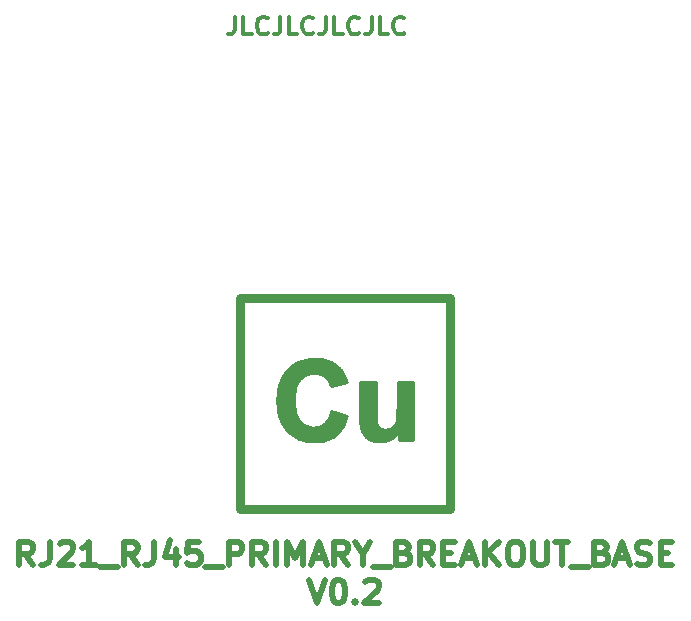
<source format=gto>
G04 #@! TF.GenerationSoftware,KiCad,Pcbnew,(6.0.11)*
G04 #@! TF.CreationDate,2024-04-14T00:11:39+01:00*
G04 #@! TF.ProjectId,RJ21_RJ45_PRIMARY_BREAKOUT_BASE,524a3231-5f52-44a3-9435-5f5052494d41,rev?*
G04 #@! TF.SameCoordinates,Original*
G04 #@! TF.FileFunction,Legend,Top*
G04 #@! TF.FilePolarity,Positive*
%FSLAX46Y46*%
G04 Gerber Fmt 4.6, Leading zero omitted, Abs format (unit mm)*
G04 Created by KiCad (PCBNEW (6.0.11)) date 2024-04-14 00:11:39*
%MOMM*%
%LPD*%
G01*
G04 APERTURE LIST*
%ADD10C,0.749999*%
%ADD11C,0.250000*%
%ADD12C,0.500000*%
%ADD13C,0.300000*%
%ADD14C,3.200000*%
G04 APERTURE END LIST*
D10*
X96485899Y-111538510D02*
X96485899Y-93704411D01*
X96485899Y-111538510D02*
X96485899Y-111538510D01*
D11*
G36*
X111137520Y-105721241D02*
G01*
X109935822Y-105721241D01*
X109935822Y-104989164D01*
X109901776Y-105037437D01*
X109866398Y-105084415D01*
X109829690Y-105130098D01*
X109791651Y-105174486D01*
X109752281Y-105217579D01*
X109711580Y-105259378D01*
X109669548Y-105299881D01*
X109626185Y-105339089D01*
X109581491Y-105377002D01*
X109535467Y-105413621D01*
X109488111Y-105448944D01*
X109439425Y-105482972D01*
X109389407Y-105515706D01*
X109338059Y-105547144D01*
X109285380Y-105577288D01*
X109231370Y-105606136D01*
X109177071Y-105633456D01*
X109122378Y-105659014D01*
X109067288Y-105682809D01*
X109011803Y-105704842D01*
X108955923Y-105725112D01*
X108899647Y-105743619D01*
X108842975Y-105760364D01*
X108785907Y-105775347D01*
X108728444Y-105788567D01*
X108670586Y-105800024D01*
X108612332Y-105809719D01*
X108553682Y-105817651D01*
X108494636Y-105823821D01*
X108435195Y-105828227D01*
X108375358Y-105830872D01*
X108315125Y-105831753D01*
X108253939Y-105830908D01*
X108193544Y-105828372D01*
X108133940Y-105824145D01*
X108075128Y-105818227D01*
X108017107Y-105810619D01*
X107959878Y-105801321D01*
X107903440Y-105790331D01*
X107847793Y-105777651D01*
X107792938Y-105763280D01*
X107738874Y-105747219D01*
X107685601Y-105729466D01*
X107633120Y-105710024D01*
X107581430Y-105688890D01*
X107530531Y-105666066D01*
X107480423Y-105641551D01*
X107431107Y-105615345D01*
X107383033Y-105587611D01*
X107336650Y-105558510D01*
X107291957Y-105528042D01*
X107248955Y-105496208D01*
X107207643Y-105463007D01*
X107168022Y-105428439D01*
X107130091Y-105392505D01*
X107093851Y-105355203D01*
X107059301Y-105316535D01*
X107026442Y-105276500D01*
X106995274Y-105235099D01*
X106965797Y-105192330D01*
X106938010Y-105148195D01*
X106911913Y-105102693D01*
X106887508Y-105055824D01*
X106864793Y-105007589D01*
X106843606Y-104957499D01*
X106823787Y-104905071D01*
X106805334Y-104850306D01*
X106788249Y-104793202D01*
X106772530Y-104733760D01*
X106758178Y-104671981D01*
X106745193Y-104607863D01*
X106733575Y-104541407D01*
X106723323Y-104472613D01*
X106714439Y-104401481D01*
X106706921Y-104328011D01*
X106700770Y-104252202D01*
X106695986Y-104174056D01*
X106692569Y-104093571D01*
X106690519Y-104010749D01*
X106689835Y-103925588D01*
X106689835Y-100831545D01*
X107983628Y-100831545D01*
X107983628Y-103078412D01*
X107984707Y-103323802D01*
X107987944Y-103544301D01*
X107993339Y-103739909D01*
X108000891Y-103910626D01*
X108010602Y-104056451D01*
X108022471Y-104177385D01*
X108036497Y-104273428D01*
X108052682Y-104344579D01*
X108062341Y-104372995D01*
X108072899Y-104400693D01*
X108084356Y-104427670D01*
X108096713Y-104453929D01*
X108109968Y-104479468D01*
X108124123Y-104504287D01*
X108139177Y-104528388D01*
X108155130Y-104551768D01*
X108171982Y-104574430D01*
X108189734Y-104596372D01*
X108208384Y-104617595D01*
X108227934Y-104638098D01*
X108248383Y-104657882D01*
X108269731Y-104676947D01*
X108291979Y-104695292D01*
X108315125Y-104712918D01*
X108339118Y-104729088D01*
X108363903Y-104744214D01*
X108389478Y-104758298D01*
X108415845Y-104771338D01*
X108443003Y-104783334D01*
X108470952Y-104794288D01*
X108499692Y-104804198D01*
X108529223Y-104813066D01*
X108559546Y-104820890D01*
X108590660Y-104827670D01*
X108622565Y-104833408D01*
X108655261Y-104838102D01*
X108688749Y-104841754D01*
X108723029Y-104844362D01*
X108758099Y-104845927D01*
X108793961Y-104846448D01*
X108835130Y-104845747D01*
X108875760Y-104843642D01*
X108915850Y-104840135D01*
X108955400Y-104835224D01*
X108994411Y-104828911D01*
X109032882Y-104821195D01*
X109070813Y-104812076D01*
X109108205Y-104801554D01*
X109145056Y-104789629D01*
X109181369Y-104776301D01*
X109217141Y-104761571D01*
X109252374Y-104745437D01*
X109287068Y-104727901D01*
X109321221Y-104708962D01*
X109354835Y-104688620D01*
X109387910Y-104666875D01*
X109420068Y-104643530D01*
X109450931Y-104619538D01*
X109480500Y-104594898D01*
X109508773Y-104569610D01*
X109535752Y-104543675D01*
X109561435Y-104517093D01*
X109585824Y-104489863D01*
X109608917Y-104461986D01*
X109630715Y-104433461D01*
X109651218Y-104404289D01*
X109670427Y-104374469D01*
X109688340Y-104344001D01*
X109704957Y-104312887D01*
X109720280Y-104281124D01*
X109734308Y-104248715D01*
X109747040Y-104215657D01*
X109758749Y-104178661D01*
X109769702Y-104135585D01*
X109779900Y-104086430D01*
X109789342Y-104031197D01*
X109798029Y-103969885D01*
X109805960Y-103902494D01*
X109813136Y-103829024D01*
X109819557Y-103749475D01*
X109830132Y-103572140D01*
X109837685Y-103370489D01*
X109842217Y-103144522D01*
X109843728Y-102894239D01*
X109843728Y-100831541D01*
X111137520Y-100831541D01*
X111137520Y-105721241D01*
G37*
X111137520Y-105721241D02*
X109935822Y-105721241D01*
X109935822Y-104989164D01*
X109901776Y-105037437D01*
X109866398Y-105084415D01*
X109829690Y-105130098D01*
X109791651Y-105174486D01*
X109752281Y-105217579D01*
X109711580Y-105259378D01*
X109669548Y-105299881D01*
X109626185Y-105339089D01*
X109581491Y-105377002D01*
X109535467Y-105413621D01*
X109488111Y-105448944D01*
X109439425Y-105482972D01*
X109389407Y-105515706D01*
X109338059Y-105547144D01*
X109285380Y-105577288D01*
X109231370Y-105606136D01*
X109177071Y-105633456D01*
X109122378Y-105659014D01*
X109067288Y-105682809D01*
X109011803Y-105704842D01*
X108955923Y-105725112D01*
X108899647Y-105743619D01*
X108842975Y-105760364D01*
X108785907Y-105775347D01*
X108728444Y-105788567D01*
X108670586Y-105800024D01*
X108612332Y-105809719D01*
X108553682Y-105817651D01*
X108494636Y-105823821D01*
X108435195Y-105828227D01*
X108375358Y-105830872D01*
X108315125Y-105831753D01*
X108253939Y-105830908D01*
X108193544Y-105828372D01*
X108133940Y-105824145D01*
X108075128Y-105818227D01*
X108017107Y-105810619D01*
X107959878Y-105801321D01*
X107903440Y-105790331D01*
X107847793Y-105777651D01*
X107792938Y-105763280D01*
X107738874Y-105747219D01*
X107685601Y-105729466D01*
X107633120Y-105710024D01*
X107581430Y-105688890D01*
X107530531Y-105666066D01*
X107480423Y-105641551D01*
X107431107Y-105615345D01*
X107383033Y-105587611D01*
X107336650Y-105558510D01*
X107291957Y-105528042D01*
X107248955Y-105496208D01*
X107207643Y-105463007D01*
X107168022Y-105428439D01*
X107130091Y-105392505D01*
X107093851Y-105355203D01*
X107059301Y-105316535D01*
X107026442Y-105276500D01*
X106995274Y-105235099D01*
X106965797Y-105192330D01*
X106938010Y-105148195D01*
X106911913Y-105102693D01*
X106887508Y-105055824D01*
X106864793Y-105007589D01*
X106843606Y-104957499D01*
X106823787Y-104905071D01*
X106805334Y-104850306D01*
X106788249Y-104793202D01*
X106772530Y-104733760D01*
X106758178Y-104671981D01*
X106745193Y-104607863D01*
X106733575Y-104541407D01*
X106723323Y-104472613D01*
X106714439Y-104401481D01*
X106706921Y-104328011D01*
X106700770Y-104252202D01*
X106695986Y-104174056D01*
X106692569Y-104093571D01*
X106690519Y-104010749D01*
X106689835Y-103925588D01*
X106689835Y-100831545D01*
X107983628Y-100831545D01*
X107983628Y-103078412D01*
X107984707Y-103323802D01*
X107987944Y-103544301D01*
X107993339Y-103739909D01*
X108000891Y-103910626D01*
X108010602Y-104056451D01*
X108022471Y-104177385D01*
X108036497Y-104273428D01*
X108052682Y-104344579D01*
X108062341Y-104372995D01*
X108072899Y-104400693D01*
X108084356Y-104427670D01*
X108096713Y-104453929D01*
X108109968Y-104479468D01*
X108124123Y-104504287D01*
X108139177Y-104528388D01*
X108155130Y-104551768D01*
X108171982Y-104574430D01*
X108189734Y-104596372D01*
X108208384Y-104617595D01*
X108227934Y-104638098D01*
X108248383Y-104657882D01*
X108269731Y-104676947D01*
X108291979Y-104695292D01*
X108315125Y-104712918D01*
X108339118Y-104729088D01*
X108363903Y-104744214D01*
X108389478Y-104758298D01*
X108415845Y-104771338D01*
X108443003Y-104783334D01*
X108470952Y-104794288D01*
X108499692Y-104804198D01*
X108529223Y-104813066D01*
X108559546Y-104820890D01*
X108590660Y-104827670D01*
X108622565Y-104833408D01*
X108655261Y-104838102D01*
X108688749Y-104841754D01*
X108723029Y-104844362D01*
X108758099Y-104845927D01*
X108793961Y-104846448D01*
X108835130Y-104845747D01*
X108875760Y-104843642D01*
X108915850Y-104840135D01*
X108955400Y-104835224D01*
X108994411Y-104828911D01*
X109032882Y-104821195D01*
X109070813Y-104812076D01*
X109108205Y-104801554D01*
X109145056Y-104789629D01*
X109181369Y-104776301D01*
X109217141Y-104761571D01*
X109252374Y-104745437D01*
X109287068Y-104727901D01*
X109321221Y-104708962D01*
X109354835Y-104688620D01*
X109387910Y-104666875D01*
X109420068Y-104643530D01*
X109450931Y-104619538D01*
X109480500Y-104594898D01*
X109508773Y-104569610D01*
X109535752Y-104543675D01*
X109561435Y-104517093D01*
X109585824Y-104489863D01*
X109608917Y-104461986D01*
X109630715Y-104433461D01*
X109651218Y-104404289D01*
X109670427Y-104374469D01*
X109688340Y-104344001D01*
X109704957Y-104312887D01*
X109720280Y-104281124D01*
X109734308Y-104248715D01*
X109747040Y-104215657D01*
X109758749Y-104178661D01*
X109769702Y-104135585D01*
X109779900Y-104086430D01*
X109789342Y-104031197D01*
X109798029Y-103969885D01*
X109805960Y-103902494D01*
X109813136Y-103829024D01*
X109819557Y-103749475D01*
X109830132Y-103572140D01*
X109837685Y-103370489D01*
X109842217Y-103144522D01*
X109843728Y-102894239D01*
X109843728Y-100831541D01*
X111137520Y-100831541D01*
X111137520Y-105721241D01*
D10*
X114320000Y-93704411D02*
X114320000Y-93704411D01*
X114320000Y-111538510D02*
X96485899Y-111538510D01*
X114320000Y-93704411D02*
X114320000Y-111538510D01*
D11*
G36*
X102989084Y-98859177D02*
G01*
X103138451Y-98867756D01*
X103284186Y-98882054D01*
X103426288Y-98902072D01*
X103564757Y-98927809D01*
X103699592Y-98959265D01*
X103830795Y-98996441D01*
X103958365Y-99039335D01*
X104082302Y-99087950D01*
X104202606Y-99142283D01*
X104319277Y-99202336D01*
X104432315Y-99268109D01*
X104541720Y-99339600D01*
X104647492Y-99416812D01*
X104749631Y-99499742D01*
X104848138Y-99588392D01*
X104904791Y-99643967D01*
X104959645Y-99702491D01*
X105012701Y-99763965D01*
X105063959Y-99828389D01*
X105113418Y-99895762D01*
X105161078Y-99966084D01*
X105206940Y-100039357D01*
X105251004Y-100115579D01*
X105293269Y-100194750D01*
X105333735Y-100276872D01*
X105372403Y-100361943D01*
X105409273Y-100449963D01*
X105444344Y-100540933D01*
X105477616Y-100634853D01*
X105509090Y-100731722D01*
X105538766Y-100831541D01*
X104189728Y-101153837D01*
X104173741Y-101089090D01*
X104155704Y-101026069D01*
X104135615Y-100964774D01*
X104113477Y-100905206D01*
X104089287Y-100847365D01*
X104063047Y-100791251D01*
X104034756Y-100736863D01*
X104004415Y-100684202D01*
X103972023Y-100633268D01*
X103937581Y-100584060D01*
X103901088Y-100536579D01*
X103862545Y-100490824D01*
X103821951Y-100446796D01*
X103779307Y-100404495D01*
X103734612Y-100363920D01*
X103687867Y-100325072D01*
X103640025Y-100288273D01*
X103590889Y-100253850D01*
X103540458Y-100221800D01*
X103488731Y-100192124D01*
X103435710Y-100164822D01*
X103381394Y-100139895D01*
X103325783Y-100117341D01*
X103268877Y-100097162D01*
X103210676Y-100079357D01*
X103151180Y-100063925D01*
X103090390Y-100050868D01*
X103028304Y-100040185D01*
X102964924Y-100031876D01*
X102900249Y-100025941D01*
X102834279Y-100022380D01*
X102767014Y-100021193D01*
X102674300Y-100023297D01*
X102583780Y-100029610D01*
X102495454Y-100040131D01*
X102409322Y-100054861D01*
X102325384Y-100073799D01*
X102243641Y-100096946D01*
X102164092Y-100124301D01*
X102086737Y-100155865D01*
X102011577Y-100191637D01*
X101938610Y-100231618D01*
X101867838Y-100275808D01*
X101799260Y-100324206D01*
X101732877Y-100376813D01*
X101668687Y-100433628D01*
X101606692Y-100494652D01*
X101546891Y-100559885D01*
X101490579Y-100629830D01*
X101437900Y-100704991D01*
X101388853Y-100785367D01*
X101343441Y-100870959D01*
X101301661Y-100961767D01*
X101263514Y-101057791D01*
X101229000Y-101159030D01*
X101198120Y-101265485D01*
X101170872Y-101377156D01*
X101147258Y-101494042D01*
X101127276Y-101616145D01*
X101110928Y-101743462D01*
X101098212Y-101875996D01*
X101089130Y-102013746D01*
X101083681Y-102156711D01*
X101081864Y-102304892D01*
X101083663Y-102462011D01*
X101089058Y-102613375D01*
X101098051Y-102758984D01*
X101110640Y-102898838D01*
X101126827Y-103032936D01*
X101146611Y-103161280D01*
X101169992Y-103283868D01*
X101196970Y-103400701D01*
X101227545Y-103511778D01*
X101261717Y-103617101D01*
X101299486Y-103716668D01*
X101340853Y-103810479D01*
X101385816Y-103898535D01*
X101434377Y-103980836D01*
X101486535Y-104057381D01*
X101542290Y-104128171D01*
X101600922Y-104193961D01*
X101661712Y-104255506D01*
X101724660Y-104312807D01*
X101789767Y-104365863D01*
X101857032Y-104414675D01*
X101926456Y-104459243D01*
X101998037Y-104499565D01*
X102071777Y-104535644D01*
X102147675Y-104567478D01*
X102225731Y-104595067D01*
X102305946Y-104618412D01*
X102388318Y-104637512D01*
X102472849Y-104652368D01*
X102559537Y-104662979D01*
X102648384Y-104669346D01*
X102739388Y-104671468D01*
X102806708Y-104670119D01*
X102872841Y-104666072D01*
X102937787Y-104659328D01*
X103001545Y-104649886D01*
X103064117Y-104637746D01*
X103125501Y-104622908D01*
X103185698Y-104605373D01*
X103244708Y-104585139D01*
X103302531Y-104562208D01*
X103359166Y-104536580D01*
X103414615Y-104508253D01*
X103468876Y-104477229D01*
X103521950Y-104443507D01*
X103573837Y-104407087D01*
X103624537Y-104367969D01*
X103674050Y-104326154D01*
X103722107Y-104281442D01*
X103768438Y-104233636D01*
X103813042Y-104182737D01*
X103855920Y-104128745D01*
X103897070Y-104071659D01*
X103936495Y-104011480D01*
X103974192Y-103948208D01*
X104010163Y-103881842D01*
X104044407Y-103812383D01*
X104076925Y-103739830D01*
X104107716Y-103664184D01*
X104136780Y-103585445D01*
X104164118Y-103503612D01*
X104189729Y-103418686D01*
X104213614Y-103330666D01*
X104235772Y-103239553D01*
X105557191Y-103658536D01*
X105517622Y-103794451D01*
X105474889Y-103925942D01*
X105428990Y-104053008D01*
X105379926Y-104175650D01*
X105327696Y-104293868D01*
X105272302Y-104407661D01*
X105213742Y-104517030D01*
X105152016Y-104621974D01*
X105087126Y-104722494D01*
X105019070Y-104818590D01*
X104947848Y-104910261D01*
X104873461Y-104997508D01*
X104795909Y-105080330D01*
X104715191Y-105158728D01*
X104631308Y-105232702D01*
X104544259Y-105302251D01*
X104454709Y-105366926D01*
X104362175Y-105427429D01*
X104266654Y-105483759D01*
X104168149Y-105535916D01*
X104066657Y-105583901D01*
X103962180Y-105627713D01*
X103854718Y-105667352D01*
X103744270Y-105702818D01*
X103630836Y-105734112D01*
X103514417Y-105761233D01*
X103395013Y-105784182D01*
X103272622Y-105802958D01*
X103147247Y-105817562D01*
X103018885Y-105827993D01*
X102887538Y-105834252D01*
X102753205Y-105836338D01*
X102587020Y-105832759D01*
X102424577Y-105822022D01*
X102265874Y-105804127D01*
X102110912Y-105779073D01*
X101959692Y-105746862D01*
X101812212Y-105707492D01*
X101668473Y-105660965D01*
X101528475Y-105607279D01*
X101392219Y-105546435D01*
X101259703Y-105478433D01*
X101130928Y-105403273D01*
X101005894Y-105320955D01*
X100884601Y-105231479D01*
X100767049Y-105134845D01*
X100653238Y-105031053D01*
X100543168Y-104920102D01*
X100438349Y-104802369D01*
X100340294Y-104679384D01*
X100249000Y-104551148D01*
X100164470Y-104417661D01*
X100086702Y-104278922D01*
X100015696Y-104134931D01*
X99951453Y-103985689D01*
X99893972Y-103831195D01*
X99843254Y-103671450D01*
X99799298Y-103506453D01*
X99762105Y-103336205D01*
X99731674Y-103160704D01*
X99708006Y-102979953D01*
X99691100Y-102793949D01*
X99680956Y-102602694D01*
X99677575Y-102406187D01*
X99680974Y-102198493D01*
X99691172Y-101996697D01*
X99708168Y-101800801D01*
X99731963Y-101610804D01*
X99762556Y-101426707D01*
X99799948Y-101248508D01*
X99844138Y-101076209D01*
X99895126Y-100909809D01*
X99952913Y-100749308D01*
X100017498Y-100594706D01*
X100088882Y-100446004D01*
X100167064Y-100303201D01*
X100252044Y-100166297D01*
X100343823Y-100035292D01*
X100442400Y-99910186D01*
X100547776Y-99790980D01*
X100658691Y-99677798D01*
X100773886Y-99571919D01*
X100893363Y-99473342D01*
X101017119Y-99382067D01*
X101145157Y-99298093D01*
X101277475Y-99221422D01*
X101414073Y-99152052D01*
X101554952Y-99089985D01*
X101700112Y-99035219D01*
X101849552Y-98987756D01*
X102003273Y-98947594D01*
X102161274Y-98914735D01*
X102323555Y-98889177D01*
X102490118Y-98870922D01*
X102660960Y-98859969D01*
X102836083Y-98856318D01*
X102989084Y-98859177D01*
G37*
X102989084Y-98859177D02*
X103138451Y-98867756D01*
X103284186Y-98882054D01*
X103426288Y-98902072D01*
X103564757Y-98927809D01*
X103699592Y-98959265D01*
X103830795Y-98996441D01*
X103958365Y-99039335D01*
X104082302Y-99087950D01*
X104202606Y-99142283D01*
X104319277Y-99202336D01*
X104432315Y-99268109D01*
X104541720Y-99339600D01*
X104647492Y-99416812D01*
X104749631Y-99499742D01*
X104848138Y-99588392D01*
X104904791Y-99643967D01*
X104959645Y-99702491D01*
X105012701Y-99763965D01*
X105063959Y-99828389D01*
X105113418Y-99895762D01*
X105161078Y-99966084D01*
X105206940Y-100039357D01*
X105251004Y-100115579D01*
X105293269Y-100194750D01*
X105333735Y-100276872D01*
X105372403Y-100361943D01*
X105409273Y-100449963D01*
X105444344Y-100540933D01*
X105477616Y-100634853D01*
X105509090Y-100731722D01*
X105538766Y-100831541D01*
X104189728Y-101153837D01*
X104173741Y-101089090D01*
X104155704Y-101026069D01*
X104135615Y-100964774D01*
X104113477Y-100905206D01*
X104089287Y-100847365D01*
X104063047Y-100791251D01*
X104034756Y-100736863D01*
X104004415Y-100684202D01*
X103972023Y-100633268D01*
X103937581Y-100584060D01*
X103901088Y-100536579D01*
X103862545Y-100490824D01*
X103821951Y-100446796D01*
X103779307Y-100404495D01*
X103734612Y-100363920D01*
X103687867Y-100325072D01*
X103640025Y-100288273D01*
X103590889Y-100253850D01*
X103540458Y-100221800D01*
X103488731Y-100192124D01*
X103435710Y-100164822D01*
X103381394Y-100139895D01*
X103325783Y-100117341D01*
X103268877Y-100097162D01*
X103210676Y-100079357D01*
X103151180Y-100063925D01*
X103090390Y-100050868D01*
X103028304Y-100040185D01*
X102964924Y-100031876D01*
X102900249Y-100025941D01*
X102834279Y-100022380D01*
X102767014Y-100021193D01*
X102674300Y-100023297D01*
X102583780Y-100029610D01*
X102495454Y-100040131D01*
X102409322Y-100054861D01*
X102325384Y-100073799D01*
X102243641Y-100096946D01*
X102164092Y-100124301D01*
X102086737Y-100155865D01*
X102011577Y-100191637D01*
X101938610Y-100231618D01*
X101867838Y-100275808D01*
X101799260Y-100324206D01*
X101732877Y-100376813D01*
X101668687Y-100433628D01*
X101606692Y-100494652D01*
X101546891Y-100559885D01*
X101490579Y-100629830D01*
X101437900Y-100704991D01*
X101388853Y-100785367D01*
X101343441Y-100870959D01*
X101301661Y-100961767D01*
X101263514Y-101057791D01*
X101229000Y-101159030D01*
X101198120Y-101265485D01*
X101170872Y-101377156D01*
X101147258Y-101494042D01*
X101127276Y-101616145D01*
X101110928Y-101743462D01*
X101098212Y-101875996D01*
X101089130Y-102013746D01*
X101083681Y-102156711D01*
X101081864Y-102304892D01*
X101083663Y-102462011D01*
X101089058Y-102613375D01*
X101098051Y-102758984D01*
X101110640Y-102898838D01*
X101126827Y-103032936D01*
X101146611Y-103161280D01*
X101169992Y-103283868D01*
X101196970Y-103400701D01*
X101227545Y-103511778D01*
X101261717Y-103617101D01*
X101299486Y-103716668D01*
X101340853Y-103810479D01*
X101385816Y-103898535D01*
X101434377Y-103980836D01*
X101486535Y-104057381D01*
X101542290Y-104128171D01*
X101600922Y-104193961D01*
X101661712Y-104255506D01*
X101724660Y-104312807D01*
X101789767Y-104365863D01*
X101857032Y-104414675D01*
X101926456Y-104459243D01*
X101998037Y-104499565D01*
X102071777Y-104535644D01*
X102147675Y-104567478D01*
X102225731Y-104595067D01*
X102305946Y-104618412D01*
X102388318Y-104637512D01*
X102472849Y-104652368D01*
X102559537Y-104662979D01*
X102648384Y-104669346D01*
X102739388Y-104671468D01*
X102806708Y-104670119D01*
X102872841Y-104666072D01*
X102937787Y-104659328D01*
X103001545Y-104649886D01*
X103064117Y-104637746D01*
X103125501Y-104622908D01*
X103185698Y-104605373D01*
X103244708Y-104585139D01*
X103302531Y-104562208D01*
X103359166Y-104536580D01*
X103414615Y-104508253D01*
X103468876Y-104477229D01*
X103521950Y-104443507D01*
X103573837Y-104407087D01*
X103624537Y-104367969D01*
X103674050Y-104326154D01*
X103722107Y-104281442D01*
X103768438Y-104233636D01*
X103813042Y-104182737D01*
X103855920Y-104128745D01*
X103897070Y-104071659D01*
X103936495Y-104011480D01*
X103974192Y-103948208D01*
X104010163Y-103881842D01*
X104044407Y-103812383D01*
X104076925Y-103739830D01*
X104107716Y-103664184D01*
X104136780Y-103585445D01*
X104164118Y-103503612D01*
X104189729Y-103418686D01*
X104213614Y-103330666D01*
X104235772Y-103239553D01*
X105557191Y-103658536D01*
X105517622Y-103794451D01*
X105474889Y-103925942D01*
X105428990Y-104053008D01*
X105379926Y-104175650D01*
X105327696Y-104293868D01*
X105272302Y-104407661D01*
X105213742Y-104517030D01*
X105152016Y-104621974D01*
X105087126Y-104722494D01*
X105019070Y-104818590D01*
X104947848Y-104910261D01*
X104873461Y-104997508D01*
X104795909Y-105080330D01*
X104715191Y-105158728D01*
X104631308Y-105232702D01*
X104544259Y-105302251D01*
X104454709Y-105366926D01*
X104362175Y-105427429D01*
X104266654Y-105483759D01*
X104168149Y-105535916D01*
X104066657Y-105583901D01*
X103962180Y-105627713D01*
X103854718Y-105667352D01*
X103744270Y-105702818D01*
X103630836Y-105734112D01*
X103514417Y-105761233D01*
X103395013Y-105784182D01*
X103272622Y-105802958D01*
X103147247Y-105817562D01*
X103018885Y-105827993D01*
X102887538Y-105834252D01*
X102753205Y-105836338D01*
X102587020Y-105832759D01*
X102424577Y-105822022D01*
X102265874Y-105804127D01*
X102110912Y-105779073D01*
X101959692Y-105746862D01*
X101812212Y-105707492D01*
X101668473Y-105660965D01*
X101528475Y-105607279D01*
X101392219Y-105546435D01*
X101259703Y-105478433D01*
X101130928Y-105403273D01*
X101005894Y-105320955D01*
X100884601Y-105231479D01*
X100767049Y-105134845D01*
X100653238Y-105031053D01*
X100543168Y-104920102D01*
X100438349Y-104802369D01*
X100340294Y-104679384D01*
X100249000Y-104551148D01*
X100164470Y-104417661D01*
X100086702Y-104278922D01*
X100015696Y-104134931D01*
X99951453Y-103985689D01*
X99893972Y-103831195D01*
X99843254Y-103671450D01*
X99799298Y-103506453D01*
X99762105Y-103336205D01*
X99731674Y-103160704D01*
X99708006Y-102979953D01*
X99691100Y-102793949D01*
X99680956Y-102602694D01*
X99677575Y-102406187D01*
X99680974Y-102198493D01*
X99691172Y-101996697D01*
X99708168Y-101800801D01*
X99731963Y-101610804D01*
X99762556Y-101426707D01*
X99799948Y-101248508D01*
X99844138Y-101076209D01*
X99895126Y-100909809D01*
X99952913Y-100749308D01*
X100017498Y-100594706D01*
X100088882Y-100446004D01*
X100167064Y-100303201D01*
X100252044Y-100166297D01*
X100343823Y-100035292D01*
X100442400Y-99910186D01*
X100547776Y-99790980D01*
X100658691Y-99677798D01*
X100773886Y-99571919D01*
X100893363Y-99473342D01*
X101017119Y-99382067D01*
X101145157Y-99298093D01*
X101277475Y-99221422D01*
X101414073Y-99152052D01*
X101554952Y-99089985D01*
X101700112Y-99035219D01*
X101849552Y-98987756D01*
X102003273Y-98947594D01*
X102161274Y-98914735D01*
X102323555Y-98889177D01*
X102490118Y-98870922D01*
X102660960Y-98859969D01*
X102836083Y-98856318D01*
X102989084Y-98859177D01*
D10*
X96485899Y-93704411D02*
X114320000Y-93704411D01*
X114320000Y-111538510D02*
X114320000Y-111538510D01*
D12*
X78974377Y-116320349D02*
X78307710Y-115367968D01*
X77831520Y-116320349D02*
X77831520Y-114320349D01*
X78593425Y-114320349D01*
X78783901Y-114415588D01*
X78879139Y-114510826D01*
X78974377Y-114701302D01*
X78974377Y-114987016D01*
X78879139Y-115177492D01*
X78783901Y-115272730D01*
X78593425Y-115367968D01*
X77831520Y-115367968D01*
X80402949Y-114320349D02*
X80402949Y-115748921D01*
X80307710Y-116034635D01*
X80117234Y-116225111D01*
X79831520Y-116320349D01*
X79641044Y-116320349D01*
X81260091Y-114510826D02*
X81355329Y-114415588D01*
X81545806Y-114320349D01*
X82021996Y-114320349D01*
X82212472Y-114415588D01*
X82307710Y-114510826D01*
X82402949Y-114701302D01*
X82402949Y-114891778D01*
X82307710Y-115177492D01*
X81164853Y-116320349D01*
X82402949Y-116320349D01*
X84307710Y-116320349D02*
X83164853Y-116320349D01*
X83736282Y-116320349D02*
X83736282Y-114320349D01*
X83545806Y-114606064D01*
X83355329Y-114796540D01*
X83164853Y-114891778D01*
X84688663Y-116510826D02*
X86212472Y-116510826D01*
X87831520Y-116320349D02*
X87164853Y-115367968D01*
X86688663Y-116320349D02*
X86688663Y-114320349D01*
X87450568Y-114320349D01*
X87641044Y-114415588D01*
X87736282Y-114510826D01*
X87831520Y-114701302D01*
X87831520Y-114987016D01*
X87736282Y-115177492D01*
X87641044Y-115272730D01*
X87450568Y-115367968D01*
X86688663Y-115367968D01*
X89260091Y-114320349D02*
X89260091Y-115748921D01*
X89164853Y-116034635D01*
X88974377Y-116225111D01*
X88688663Y-116320349D01*
X88498187Y-116320349D01*
X91069615Y-114987016D02*
X91069615Y-116320349D01*
X90593425Y-114225111D02*
X90117234Y-115653683D01*
X91355329Y-115653683D01*
X93069615Y-114320349D02*
X92117234Y-114320349D01*
X92021996Y-115272730D01*
X92117234Y-115177492D01*
X92307710Y-115082254D01*
X92783901Y-115082254D01*
X92974377Y-115177492D01*
X93069615Y-115272730D01*
X93164853Y-115463207D01*
X93164853Y-115939397D01*
X93069615Y-116129873D01*
X92974377Y-116225111D01*
X92783901Y-116320349D01*
X92307710Y-116320349D01*
X92117234Y-116225111D01*
X92021996Y-116129873D01*
X93545806Y-116510826D02*
X95069615Y-116510826D01*
X95545806Y-116320349D02*
X95545806Y-114320349D01*
X96307710Y-114320349D01*
X96498187Y-114415588D01*
X96593425Y-114510826D01*
X96688663Y-114701302D01*
X96688663Y-114987016D01*
X96593425Y-115177492D01*
X96498187Y-115272730D01*
X96307710Y-115367968D01*
X95545806Y-115367968D01*
X98688663Y-116320349D02*
X98021996Y-115367968D01*
X97545806Y-116320349D02*
X97545806Y-114320349D01*
X98307710Y-114320349D01*
X98498187Y-114415588D01*
X98593425Y-114510826D01*
X98688663Y-114701302D01*
X98688663Y-114987016D01*
X98593425Y-115177492D01*
X98498187Y-115272730D01*
X98307710Y-115367968D01*
X97545806Y-115367968D01*
X99545806Y-116320349D02*
X99545806Y-114320349D01*
X100498187Y-116320349D02*
X100498187Y-114320349D01*
X101164853Y-115748921D01*
X101831520Y-114320349D01*
X101831520Y-116320349D01*
X102688663Y-115748921D02*
X103641044Y-115748921D01*
X102498187Y-116320349D02*
X103164853Y-114320349D01*
X103831520Y-116320349D01*
X105641044Y-116320349D02*
X104974377Y-115367968D01*
X104498187Y-116320349D02*
X104498187Y-114320349D01*
X105260091Y-114320349D01*
X105450568Y-114415588D01*
X105545806Y-114510826D01*
X105641044Y-114701302D01*
X105641044Y-114987016D01*
X105545806Y-115177492D01*
X105450568Y-115272730D01*
X105260091Y-115367968D01*
X104498187Y-115367968D01*
X106879139Y-115367968D02*
X106879139Y-116320349D01*
X106212472Y-114320349D02*
X106879139Y-115367968D01*
X107545806Y-114320349D01*
X107736282Y-116510826D02*
X109260091Y-116510826D01*
X110402949Y-115272730D02*
X110688663Y-115367968D01*
X110783901Y-115463207D01*
X110879139Y-115653683D01*
X110879139Y-115939397D01*
X110783901Y-116129873D01*
X110688663Y-116225111D01*
X110498187Y-116320349D01*
X109736282Y-116320349D01*
X109736282Y-114320349D01*
X110402949Y-114320349D01*
X110593425Y-114415588D01*
X110688663Y-114510826D01*
X110783901Y-114701302D01*
X110783901Y-114891778D01*
X110688663Y-115082254D01*
X110593425Y-115177492D01*
X110402949Y-115272730D01*
X109736282Y-115272730D01*
X112879139Y-116320349D02*
X112212472Y-115367968D01*
X111736282Y-116320349D02*
X111736282Y-114320349D01*
X112498187Y-114320349D01*
X112688663Y-114415588D01*
X112783901Y-114510826D01*
X112879139Y-114701302D01*
X112879139Y-114987016D01*
X112783901Y-115177492D01*
X112688663Y-115272730D01*
X112498187Y-115367968D01*
X111736282Y-115367968D01*
X113736282Y-115272730D02*
X114402949Y-115272730D01*
X114688663Y-116320349D02*
X113736282Y-116320349D01*
X113736282Y-114320349D01*
X114688663Y-114320349D01*
X115450568Y-115748921D02*
X116402949Y-115748921D01*
X115260091Y-116320349D02*
X115926758Y-114320349D01*
X116593425Y-116320349D01*
X117260091Y-116320349D02*
X117260091Y-114320349D01*
X118402949Y-116320349D02*
X117545806Y-115177492D01*
X118402949Y-114320349D02*
X117260091Y-115463207D01*
X119641044Y-114320349D02*
X120021996Y-114320349D01*
X120212472Y-114415588D01*
X120402949Y-114606064D01*
X120498187Y-114987016D01*
X120498187Y-115653683D01*
X120402949Y-116034635D01*
X120212472Y-116225111D01*
X120021996Y-116320349D01*
X119641044Y-116320349D01*
X119450568Y-116225111D01*
X119260091Y-116034635D01*
X119164853Y-115653683D01*
X119164853Y-114987016D01*
X119260091Y-114606064D01*
X119450568Y-114415588D01*
X119641044Y-114320349D01*
X121355329Y-114320349D02*
X121355329Y-115939397D01*
X121450568Y-116129873D01*
X121545806Y-116225111D01*
X121736282Y-116320349D01*
X122117234Y-116320349D01*
X122307710Y-116225111D01*
X122402949Y-116129873D01*
X122498187Y-115939397D01*
X122498187Y-114320349D01*
X123164853Y-114320349D02*
X124307710Y-114320349D01*
X123736282Y-116320349D02*
X123736282Y-114320349D01*
X124498187Y-116510826D02*
X126021996Y-116510826D01*
X127164853Y-115272730D02*
X127450568Y-115367968D01*
X127545806Y-115463207D01*
X127641044Y-115653683D01*
X127641044Y-115939397D01*
X127545806Y-116129873D01*
X127450568Y-116225111D01*
X127260091Y-116320349D01*
X126498187Y-116320349D01*
X126498187Y-114320349D01*
X127164853Y-114320349D01*
X127355329Y-114415588D01*
X127450568Y-114510826D01*
X127545806Y-114701302D01*
X127545806Y-114891778D01*
X127450568Y-115082254D01*
X127355329Y-115177492D01*
X127164853Y-115272730D01*
X126498187Y-115272730D01*
X128402949Y-115748921D02*
X129355329Y-115748921D01*
X128212472Y-116320349D02*
X128879139Y-114320349D01*
X129545806Y-116320349D01*
X130117234Y-116225111D02*
X130402949Y-116320349D01*
X130879139Y-116320349D01*
X131069615Y-116225111D01*
X131164853Y-116129873D01*
X131260091Y-115939397D01*
X131260091Y-115748921D01*
X131164853Y-115558445D01*
X131069615Y-115463207D01*
X130879139Y-115367968D01*
X130498187Y-115272730D01*
X130307710Y-115177492D01*
X130212472Y-115082254D01*
X130117234Y-114891778D01*
X130117234Y-114701302D01*
X130212472Y-114510826D01*
X130307710Y-114415588D01*
X130498187Y-114320349D01*
X130974377Y-114320349D01*
X131260091Y-114415588D01*
X132117234Y-115272730D02*
X132783901Y-115272730D01*
X133069615Y-116320349D02*
X132117234Y-116320349D01*
X132117234Y-114320349D01*
X133069615Y-114320349D01*
X102355329Y-117540349D02*
X103021996Y-119540349D01*
X103688663Y-117540349D01*
X104736282Y-117540349D02*
X104926758Y-117540349D01*
X105117234Y-117635588D01*
X105212472Y-117730826D01*
X105307710Y-117921302D01*
X105402949Y-118302254D01*
X105402949Y-118778445D01*
X105307710Y-119159397D01*
X105212472Y-119349873D01*
X105117234Y-119445111D01*
X104926758Y-119540349D01*
X104736282Y-119540349D01*
X104545806Y-119445111D01*
X104450568Y-119349873D01*
X104355329Y-119159397D01*
X104260091Y-118778445D01*
X104260091Y-118302254D01*
X104355329Y-117921302D01*
X104450568Y-117730826D01*
X104545806Y-117635588D01*
X104736282Y-117540349D01*
X106260091Y-119349873D02*
X106355329Y-119445111D01*
X106260091Y-119540349D01*
X106164853Y-119445111D01*
X106260091Y-119349873D01*
X106260091Y-119540349D01*
X107117234Y-117730826D02*
X107212472Y-117635588D01*
X107402949Y-117540349D01*
X107879139Y-117540349D01*
X108069615Y-117635588D01*
X108164853Y-117730826D01*
X108260091Y-117921302D01*
X108260091Y-118111778D01*
X108164853Y-118397492D01*
X107021996Y-119540349D01*
X108260091Y-119540349D01*
D13*
X96071428Y-69878571D02*
X96071428Y-70950000D01*
X96000000Y-71164285D01*
X95857142Y-71307142D01*
X95642857Y-71378571D01*
X95500000Y-71378571D01*
X97500000Y-71378571D02*
X96785714Y-71378571D01*
X96785714Y-69878571D01*
X98857142Y-71235714D02*
X98785714Y-71307142D01*
X98571428Y-71378571D01*
X98428571Y-71378571D01*
X98214285Y-71307142D01*
X98071428Y-71164285D01*
X98000000Y-71021428D01*
X97928571Y-70735714D01*
X97928571Y-70521428D01*
X98000000Y-70235714D01*
X98071428Y-70092857D01*
X98214285Y-69950000D01*
X98428571Y-69878571D01*
X98571428Y-69878571D01*
X98785714Y-69950000D01*
X98857142Y-70021428D01*
X99928571Y-69878571D02*
X99928571Y-70950000D01*
X99857142Y-71164285D01*
X99714285Y-71307142D01*
X99500000Y-71378571D01*
X99357142Y-71378571D01*
X101357142Y-71378571D02*
X100642857Y-71378571D01*
X100642857Y-69878571D01*
X102714285Y-71235714D02*
X102642857Y-71307142D01*
X102428571Y-71378571D01*
X102285714Y-71378571D01*
X102071428Y-71307142D01*
X101928571Y-71164285D01*
X101857142Y-71021428D01*
X101785714Y-70735714D01*
X101785714Y-70521428D01*
X101857142Y-70235714D01*
X101928571Y-70092857D01*
X102071428Y-69950000D01*
X102285714Y-69878571D01*
X102428571Y-69878571D01*
X102642857Y-69950000D01*
X102714285Y-70021428D01*
X103785714Y-69878571D02*
X103785714Y-70950000D01*
X103714285Y-71164285D01*
X103571428Y-71307142D01*
X103357142Y-71378571D01*
X103214285Y-71378571D01*
X105214285Y-71378571D02*
X104500000Y-71378571D01*
X104500000Y-69878571D01*
X106571428Y-71235714D02*
X106500000Y-71307142D01*
X106285714Y-71378571D01*
X106142857Y-71378571D01*
X105928571Y-71307142D01*
X105785714Y-71164285D01*
X105714285Y-71021428D01*
X105642857Y-70735714D01*
X105642857Y-70521428D01*
X105714285Y-70235714D01*
X105785714Y-70092857D01*
X105928571Y-69950000D01*
X106142857Y-69878571D01*
X106285714Y-69878571D01*
X106500000Y-69950000D01*
X106571428Y-70021428D01*
X107642857Y-69878571D02*
X107642857Y-70950000D01*
X107571428Y-71164285D01*
X107428571Y-71307142D01*
X107214285Y-71378571D01*
X107071428Y-71378571D01*
X109071428Y-71378571D02*
X108357142Y-71378571D01*
X108357142Y-69878571D01*
X110428571Y-71235714D02*
X110357142Y-71307142D01*
X110142857Y-71378571D01*
X110000000Y-71378571D01*
X109785714Y-71307142D01*
X109642857Y-71164285D01*
X109571428Y-71021428D01*
X109500000Y-70735714D01*
X109500000Y-70521428D01*
X109571428Y-70235714D01*
X109642857Y-70092857D01*
X109785714Y-69950000D01*
X110000000Y-69878571D01*
X110142857Y-69878571D01*
X110357142Y-69950000D01*
X110428571Y-70021428D01*
%LPC*%
D14*
X53000000Y-157100000D03*
X153000000Y-157100000D03*
X153000000Y-57100000D03*
X53000000Y-57100000D03*
M02*

</source>
